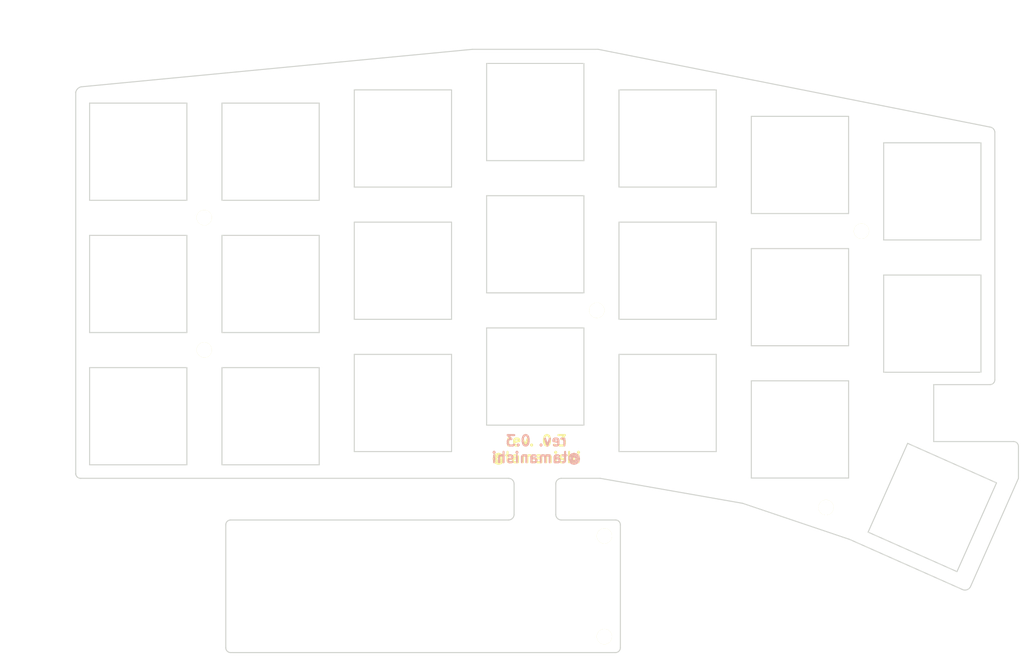
<source format=kicad_pcb>
(kicad_pcb (version 20171130) (host pcbnew "(5.0.1-3-g963ef8bb5)")

  (general
    (thickness 1.6)
    (drawings 124)
    (tracks 0)
    (zones 0)
    (modules 9)
    (nets 2)
  )

  (page A4)
  (title_block
    (title "Pinky4 PCB Design")
    (date 2018-12-23)
    (rev 0.3)
    (company @tamanishi)
  )

  (layers
    (0 F.Cu signal)
    (31 B.Cu signal)
    (32 B.Adhes user)
    (33 F.Adhes user)
    (34 B.Paste user)
    (35 F.Paste user)
    (36 B.SilkS user)
    (37 F.SilkS user)
    (38 B.Mask user)
    (39 F.Mask user)
    (40 Dwgs.User user)
    (41 Cmts.User user)
    (42 Eco1.User user)
    (43 Eco2.User user)
    (44 Edge.Cuts user)
    (45 Margin user)
    (46 B.CrtYd user)
    (47 F.CrtYd user)
    (48 B.Fab user)
    (49 F.Fab user)
  )

  (setup
    (last_trace_width 0.25)
    (user_trace_width 0.5)
    (trace_clearance 0.2)
    (zone_clearance 0.508)
    (zone_45_only no)
    (trace_min 0.2)
    (segment_width 0.15)
    (edge_width 0.15)
    (via_size 0.6)
    (via_drill 0.4)
    (via_min_size 0.4)
    (via_min_drill 0.3)
    (uvia_size 0.4)
    (uvia_drill 0.3)
    (uvias_allowed no)
    (uvia_min_size 0.4)
    (uvia_min_drill 0.3)
    (pcb_text_width 0.3)
    (pcb_text_size 1.5 1.5)
    (mod_edge_width 0.15)
    (mod_text_size 1 1)
    (mod_text_width 0.15)
    (pad_size 5 5)
    (pad_drill 4.8)
    (pad_to_mask_clearance 0.2)
    (solder_mask_min_width 0.25)
    (aux_axis_origin 41 54.3)
    (visible_elements FFFFE77F)
    (pcbplotparams
      (layerselection 0x010f0_ffffffff)
      (usegerberextensions false)
      (usegerberattributes false)
      (usegerberadvancedattributes false)
      (creategerberjobfile false)
      (excludeedgelayer true)
      (linewidth 0.100000)
      (plotframeref false)
      (viasonmask false)
      (mode 1)
      (useauxorigin false)
      (hpglpennumber 1)
      (hpglpenspeed 20)
      (hpglpendiameter 15.000000)
      (psnegative false)
      (psa4output false)
      (plotreference true)
      (plotvalue true)
      (plotinvisibletext false)
      (padsonsilk false)
      (subtractmaskfromsilk false)
      (outputformat 1)
      (mirror false)
      (drillshape 0)
      (scaleselection 1)
      (outputdirectory "Gerber/"))
  )

  (net 0 "")
  (net 1 GND)

  (net_class Default "This is the default net class."
    (clearance 0.2)
    (trace_width 0.25)
    (via_dia 0.6)
    (via_drill 0.4)
    (uvia_dia 0.4)
    (uvia_drill 0.3)
  )

  (module lib:HOLE_M2 (layer F.Cu) (tedit 5C1EE041) (tstamp 5C0A86C7)
    (at 149 120.3)
    (fp_text reference Ref** (at 0 -2) (layer F.SilkS) hide
      (effects (font (size 0.29972 0.29972) (thickness 0.07493)))
    )
    (fp_text value Val** (at 0 1.75) (layer F.SilkS) hide
      (effects (font (size 0.29972 0.29972) (thickness 0.0762)))
    )
    (pad "" np_thru_hole circle (at 0 0) (size 2.2 2.2) (drill 2.2) (layers *.Cu *.Mask F.SilkS)
      (clearance 0.85))
  )

  (module lib:HOLE_M2 (layer F.Cu) (tedit 5C1EE041) (tstamp 5BDF1C89)
    (at 59.5 97.6)
    (fp_text reference Ref** (at 0 -2) (layer F.SilkS) hide
      (effects (font (size 0.29972 0.29972) (thickness 0.07493)))
    )
    (fp_text value Val** (at 0 1.75) (layer F.SilkS) hide
      (effects (font (size 0.29972 0.29972) (thickness 0.0762)))
    )
    (pad "" np_thru_hole circle (at 0 0) (size 2.2 2.2) (drill 2.2) (layers *.Cu *.Mask F.SilkS)
      (clearance 0.85))
  )

  (module lib:HOLE_M2 (layer F.Cu) (tedit 5C1EE041) (tstamp 5BDF1C99)
    (at 116 91.9)
    (fp_text reference Ref** (at 0 -2) (layer F.SilkS) hide
      (effects (font (size 0.29972 0.29972) (thickness 0.07493)))
    )
    (fp_text value Val** (at 0 1.75) (layer F.SilkS) hide
      (effects (font (size 0.29972 0.29972) (thickness 0.0762)))
    )
    (pad "" np_thru_hole circle (at 0 0) (size 2.2 2.2) (drill 2.2) (layers *.Cu *.Mask F.SilkS)
      (clearance 0.85))
  )

  (module lib:HOLE_M2 (layer F.Cu) (tedit 5C1EE041) (tstamp 5BDF2E30)
    (at 154.1 80.5)
    (fp_text reference Ref** (at 0 -2) (layer F.SilkS) hide
      (effects (font (size 0.29972 0.29972) (thickness 0.07493)))
    )
    (fp_text value Val** (at 0 1.75) (layer F.SilkS) hide
      (effects (font (size 0.29972 0.29972) (thickness 0.0762)))
    )
    (pad "" np_thru_hole circle (at 0 0) (size 2.2 2.2) (drill 2.2) (layers *.Cu *.Mask F.SilkS)
      (clearance 0.85))
  )

  (module lib:HOLE_M2 (layer F.Cu) (tedit 5C1EE041) (tstamp 5C1F4314)
    (at 59.5 78.55)
    (fp_text reference Ref** (at 0 -2) (layer F.SilkS) hide
      (effects (font (size 0.29972 0.29972) (thickness 0.07493)))
    )
    (fp_text value Val** (at 0 1.75) (layer F.SilkS) hide
      (effects (font (size 0.29972 0.29972) (thickness 0.0762)))
    )
    (pad "" np_thru_hole circle (at 0 0) (size 2.2 2.2) (drill 2.2) (layers *.Cu *.Mask F.SilkS)
      (clearance 0.85))
  )

  (module kbd:HOLE_M2 (layer F.Cu) (tedit 5C1EE041) (tstamp 5C04BAC0)
    (at 117.1 124.4)
    (fp_text reference HOLE_M2 (at 0 -2) (layer F.SilkS) hide
      (effects (font (size 0.29972 0.29972) (thickness 0.07493)))
    )
    (fp_text value VAL** (at 0 1.75) (layer F.SilkS) hide
      (effects (font (size 0.29972 0.29972) (thickness 0.0762)))
    )
    (pad "" np_thru_hole circle (at 0 0) (size 2.2 2.2) (drill 2.2) (layers *.Cu *.Mask F.SilkS)
      (clearance 0.85))
  )

  (module kbd:HOLE_M2 (layer F.Cu) (tedit 5C1EE041) (tstamp 5C04BAC9)
    (at 117.1 138.9)
    (fp_text reference HOLE_M2 (at 0 -2) (layer F.SilkS) hide
      (effects (font (size 0.29972 0.29972) (thickness 0.07493)))
    )
    (fp_text value VAL** (at 0 1.75) (layer F.SilkS) hide
      (effects (font (size 0.29972 0.29972) (thickness 0.0762)))
    )
    (pad "" np_thru_hole circle (at 0 0) (size 2.2 2.2) (drill 2.2) (layers *.Cu *.Mask F.SilkS)
      (clearance 0.85))
  )

  (module lib:breakaway-mousebites (layer F.Cu) (tedit 5BEE6749) (tstamp 5C1F43DC)
    (at 107.1 116.1)
    (fp_text reference REF** (at 0 -1.524) (layer Dwgs.User)
      (effects (font (size 1 1) (thickness 0.15)))
    )
    (fp_text value breakaway-mousebites (at 0 0.762) (layer Dwgs.User)
      (effects (font (size 1 1) (thickness 0.15)))
    )
    (fp_line (start 2.286 0) (end 2.794 0) (layer B.CrtYd) (width 0.15))
    (fp_line (start 1.016 0) (end 1.524 0) (layer B.CrtYd) (width 0.15))
    (fp_line (start -2.286 0) (end -2.794 0) (layer B.CrtYd) (width 0.15))
    (fp_line (start -1.016 0) (end -1.524 0) (layer B.CrtYd) (width 0.15))
    (fp_line (start 0.254 0) (end -0.254 0) (layer B.CrtYd) (width 0.15))
    (fp_line (start -2.794 0) (end 2.794 0) (layer Dwgs.User) (width 0.15))
    (pad "" np_thru_hole circle (at -2.54 -0.254) (size 0.7874 0.7874) (drill 0.7874) (layers *.Cu *.Mask))
    (pad "" np_thru_hole circle (at -1.27 -0.254) (size 0.7874 0.7874) (drill 0.7874) (layers *.Cu *.Mask))
    (pad "" np_thru_hole circle (at 2.54 -0.254) (size 0.7874 0.7874) (drill 0.7874) (layers *.Cu *.Mask))
    (pad "" np_thru_hole circle (at 1.27 -0.254) (size 0.7874 0.7874) (drill 0.7874) (layers *.Cu *.Mask))
    (pad "" np_thru_hole circle (at 0 -0.254) (size 0.7874 0.7874) (drill 0.7874) (layers *.Cu *.Mask))
  )

  (module lib:breakaway-mousebites (layer F.Cu) (tedit 5BEE6749) (tstamp 5C1F440F)
    (at 107.1 122.1 180)
    (fp_text reference REF** (at 0 -1.524 180) (layer Dwgs.User)
      (effects (font (size 1 1) (thickness 0.15)))
    )
    (fp_text value breakaway-mousebites (at 0 0.762 180) (layer Dwgs.User)
      (effects (font (size 1 1) (thickness 0.15)))
    )
    (fp_line (start 2.286 0) (end 2.794 0) (layer B.CrtYd) (width 0.15))
    (fp_line (start 1.016 0) (end 1.524 0) (layer B.CrtYd) (width 0.15))
    (fp_line (start -2.286 0) (end -2.794 0) (layer B.CrtYd) (width 0.15))
    (fp_line (start -1.016 0) (end -1.524 0) (layer B.CrtYd) (width 0.15))
    (fp_line (start 0.254 0) (end -0.254 0) (layer B.CrtYd) (width 0.15))
    (fp_line (start -2.794 0) (end 2.794 0) (layer Dwgs.User) (width 0.15))
    (pad "" np_thru_hole circle (at -2.54 -0.254 180) (size 0.7874 0.7874) (drill 0.7874) (layers *.Cu *.Mask))
    (pad "" np_thru_hole circle (at -1.27 -0.254 180) (size 0.7874 0.7874) (drill 0.7874) (layers *.Cu *.Mask))
    (pad "" np_thru_hole circle (at 2.54 -0.254 180) (size 0.7874 0.7874) (drill 0.7874) (layers *.Cu *.Mask))
    (pad "" np_thru_hole circle (at 1.27 -0.254 180) (size 0.7874 0.7874) (drill 0.7874) (layers *.Cu *.Mask))
    (pad "" np_thru_hole circle (at 0 -0.254 180) (size 0.7874 0.7874) (drill 0.7874) (layers *.Cu *.Mask))
  )

  (gr_line (start 138.25 63.955) (end 152.25 63.955) (layer Edge.Cuts) (width 0.15) (tstamp 5C1F42A1))
  (gr_line (start 100.15 56.335) (end 114.15 56.335) (layer Edge.Cuts) (width 0.15) (tstamp 5C1F429D))
  (dimension 86.9 (width 0.3) (layer F.CrtYd)
    (gr_text "86.900 mm" (at 35.637587 97.75 270) (layer F.CrtYd)
      (effects (font (size 1.5 1.5) (thickness 0.3)))
    )
    (feature1 (pts (xy 41 141.2) (xy 37.151166 141.2)))
    (feature2 (pts (xy 41 54.3) (xy 37.151166 54.3)))
    (crossbar (pts (xy 37.737587 54.3) (xy 37.737587 141.2)))
    (arrow1a (pts (xy 37.737587 141.2) (xy 37.151166 140.073496)))
    (arrow1b (pts (xy 37.737587 141.2) (xy 38.324008 140.073496)))
    (arrow2a (pts (xy 37.737587 54.3) (xy 37.151166 55.426504)))
    (arrow2b (pts (xy 37.737587 54.3) (xy 38.324008 55.426504)))
  )
  (gr_line (start 104.1 121.3) (end 104.1 116.9) (layer Edge.Cuts) (width 0.15))
  (gr_arc (start 103.3 121.3) (end 103.3 122.1) (angle -90) (layer Edge.Cuts) (width 0.15) (tstamp 5C1ED3C4))
  (gr_line (start 110.1 116.9) (end 110.1 121.3) (layer Edge.Cuts) (width 0.15))
  (gr_arc (start 110.9 121.3) (end 110.1 121.3) (angle -90) (layer Edge.Cuts) (width 0.15) (tstamp 5C1ED36B))
  (gr_arc (start 110.9 116.9) (end 110.9 116.1) (angle -90) (layer Edge.Cuts) (width 0.15) (tstamp 5C1ECDF9))
  (gr_line (start 119.4 122.8) (end 119.4 140.5) (layer Edge.Cuts) (width 0.15))
  (gr_arc (start 118.7 140.5) (end 118.7 141.2) (angle -90) (layer Edge.Cuts) (width 0.15) (tstamp 5C1DF866))
  (gr_line (start 63.3 141.2) (end 118.7 141.2) (layer Edge.Cuts) (width 0.15))
  (gr_line (start 62.6 122.8) (end 62.6 140.5) (layer Edge.Cuts) (width 0.15))
  (gr_arc (start 118.7 122.8) (end 119.4 122.8) (angle -90) (layer Edge.Cuts) (width 0.15) (tstamp 5C1DF856))
  (gr_line (start 110.9 116.1) (end 116.5 116.1) (layer Edge.Cuts) (width 0.15) (tstamp 5C1DF843))
  (gr_line (start 110.9 122.1) (end 118.7 122.1) (layer Edge.Cuts) (width 0.15) (tstamp 5C1DF83D))
  (gr_line (start 103.3 116.1) (end 41.7 116.1) (layer Edge.Cuts) (width 0.15))
  (gr_arc (start 103.3 116.9) (end 104.1 116.9) (angle -90) (layer Edge.Cuts) (width 0.15))
  (gr_line (start 63.3 122.1) (end 103.3 122.1) (layer Edge.Cuts) (width 0.15))
  (gr_arc (start 63.3 122.8) (end 63.3 122.1) (angle -90) (layer Edge.Cuts) (width 0.15) (tstamp 5C1DF7C2))
  (gr_arc (start 63.3 140.5) (end 62.6 140.5) (angle -90) (layer Edge.Cuts) (width 0.15) (tstamp 5C1DF7C2))
  (gr_arc (start 176 111.5) (end 176.7 111.5) (angle -90) (layer Edge.Cuts) (width 0.15) (tstamp 5C1DE371))
  (gr_line (start 176 110.8) (end 164.5 110.8) (layer Edge.Cuts) (width 0.15))
  (gr_line (start 176.7 116.1) (end 176.7 111.5) (layer Edge.Cuts) (width 0.15))
  (gr_line (start 137 119.7) (end 116.5 116.1) (layer Edge.Cuts) (width 0.15))
  (gr_line (start 152.4 124.9) (end 137 119.7) (layer Edge.Cuts) (width 0.15))
  (gr_line (start 152.4 124.9) (end 168.6 132.1) (layer Edge.Cuts) (width 0.15))
  (gr_line (start 171.3 86.815) (end 171.3 100.815) (layer Edge.Cuts) (width 0.15) (tstamp 5C0AF31E))
  (gr_line (start 157.3 86.815) (end 157.3 100.815) (layer Edge.Cuts) (width 0.15))
  (gr_line (start 43 100.15) (end 43 114.15) (layer Edge.Cuts) (width 0.15) (tstamp 5BFA0244))
  (dimension 135.7 (width 0.3) (layer F.CrtYd)
    (gr_text "135.700 mm" (at 108.85 48.3) (layer F.CrtYd)
      (effects (font (size 1.5 1.5) (thickness 0.3)))
    )
    (feature1 (pts (xy 176.7 54.3) (xy 176.7 49.813579)))
    (feature2 (pts (xy 41 54.3) (xy 41 49.813579)))
    (crossbar (pts (xy 41 50.4) (xy 176.7 50.4)))
    (arrow1a (pts (xy 176.7 50.4) (xy 175.573496 50.986421)))
    (arrow1b (pts (xy 176.7 50.4) (xy 175.573496 49.813579)))
    (arrow2a (pts (xy 41 50.4) (xy 42.126504 50.986421)))
    (arrow2b (pts (xy 41 50.4) (xy 42.126504 49.813579)))
  )
  (gr_arc (start 172.6 101.9) (end 172.6 102.6) (angle -90) (layer Edge.Cuts) (width 0.15))
  (gr_line (start 164.5 102.6) (end 172.6 102.6) (layer Edge.Cuts) (width 0.15))
  (gr_line (start 164.5 110.8) (end 164.5 102.6) (layer Edge.Cuts) (width 0.15))
  (gr_arc (start 168.999999 131.300001) (end 168.6 132.1) (angle -90) (layer Edge.Cuts) (width 0.15))
  (gr_line (start 41.8 59.7) (end 98.1 54.3) (layer Edge.Cuts) (width 0.15) (tstamp 5BF131E6))
  (gr_line (start 98.1 54.3) (end 116.2 54.3) (layer Edge.Cuts) (width 0.15) (tstamp 5BF131E5))
  (gr_line (start 116.2 54.3) (end 172.6 65.5) (layer Edge.Cuts) (width 0.15) (tstamp 5BF131E4))
  (gr_line (start 173.3 66.2) (end 173.3 101.9) (layer Edge.Cuts) (width 0.15) (tstamp 5BF131E3))
  (gr_line (start 169.799998 131.7) (end 176.7 116.1) (layer Edge.Cuts) (width 0.15) (tstamp 5BF131E2))
  (gr_arc (start 41.7 115.4) (end 41 115.4) (angle -90) (layer Edge.Cuts) (width 0.15) (tstamp 5BF131E0))
  (gr_arc (start 172.499302 66.299912) (end 173.299302 66.199912) (angle -75.7) (layer Edge.Cuts) (width 0.15) (tstamp 5BF131DE))
  (gr_arc (start 41.999999 60.699999) (end 41.8 59.7) (angle -69.2) (layer Edge.Cuts) (width 0.15) (tstamp 5BF131DD))
  (gr_line (start 41 115.5) (end 41 60.5) (layer Edge.Cuts) (width 0.15) (tstamp 5BF131DC))
  (gr_text "rev. 0.3\n@tamanishi" (at 107.3 111.9) (layer B.SilkS)
    (effects (font (size 1.5 1.5) (thickness 0.3)) (justify mirror))
  )
  (gr_text "rev. 0.3\n@tamanishi" (at 107.3 111.9) (layer F.SilkS)
    (effects (font (size 1.5 1.5) (thickness 0.3)))
  )
  (gr_line (start 57 62.05) (end 57 76.05) (layer Edge.Cuts) (width 0.15))
  (gr_line (start 57 100.15) (end 57 114.15) (layer Edge.Cuts) (width 0.15))
  (gr_line (start 62.05 100.15) (end 76.05 100.15) (layer Edge.Cuts) (width 0.15))
  (gr_line (start 43 100.15) (end 57 100.15) (layer Edge.Cuts) (width 0.15))
  (gr_line (start 62.05 100.15) (end 62.05 114.15) (layer Edge.Cuts) (width 0.15))
  (gr_line (start 43 81.1) (end 57 81.1) (layer Edge.Cuts) (width 0.15))
  (gr_line (start 76.05 100.15) (end 76.05 114.15) (layer Edge.Cuts) (width 0.15))
  (gr_line (start 100.15 94.435) (end 100.15 108.435) (layer Edge.Cuts) (width 0.15))
  (gr_line (start 95.1 112.245) (end 81.1 112.245) (layer Edge.Cuts) (width 0.15))
  (gr_line (start 100.15 108.435) (end 114.15 108.435) (layer Edge.Cuts) (width 0.15))
  (gr_line (start 100.15 89.385) (end 114.15 89.385) (layer Edge.Cuts) (width 0.15))
  (gr_line (start 114.15 75.385) (end 114.15 89.385) (layer Edge.Cuts) (width 0.15))
  (gr_line (start 81.1 98.245) (end 95.1 98.245) (layer Edge.Cuts) (width 0.15))
  (gr_line (start 157.3 81.765) (end 171.3 81.765) (layer Edge.Cuts) (width 0.15))
  (gr_line (start 171.3 67.765) (end 171.3 81.765) (layer Edge.Cuts) (width 0.15))
  (gr_line (start 133.2 98.245) (end 133.2 112.245) (layer Edge.Cuts) (width 0.15))
  (gr_line (start 119.2 60.145) (end 119.2 74.145) (layer Edge.Cuts) (width 0.15))
  (gr_line (start 81.1 98.245) (end 81.1 112.245) (layer Edge.Cuts) (width 0.15))
  (gr_line (start 81.1 60.145) (end 95.1 60.145) (layer Edge.Cuts) (width 0.15))
  (gr_line (start 62.05 76.05) (end 62.05 62.05) (layer Edge.Cuts) (width 0.15))
  (gr_line (start 62.05 95.1) (end 76.05 95.1) (layer Edge.Cuts) (width 0.15))
  (gr_line (start 76.05 81.1) (end 76.05 95.1) (layer Edge.Cuts) (width 0.15))
  (gr_line (start 43 114.15) (end 57 114.15) (layer Edge.Cuts) (width 0.15))
  (gr_line (start 138.25 83.005) (end 138.25 97.005) (layer Edge.Cuts) (width 0.15))
  (gr_line (start 95.1 74.145) (end 81.1 74.145) (layer Edge.Cuts) (width 0.15))
  (gr_line (start 95.1 60.145) (end 95.1 74.145) (layer Edge.Cuts) (width 0.15))
  (gr_line (start 138.25 77.955) (end 152.25 77.955) (layer Edge.Cuts) (width 0.15))
  (gr_line (start 152.25 63.955) (end 152.25 77.955) (layer Edge.Cuts) (width 0.15))
  (gr_line (start 119.2 112.245) (end 133.2 112.245) (layer Edge.Cuts) (width 0.15))
  (gr_line (start 100.15 94.435) (end 114.15 94.435) (layer Edge.Cuts) (width 0.15))
  (gr_line (start 114.15 94.435) (end 114.15 108.435) (layer Edge.Cuts) (width 0.15))
  (gr_line (start 157.3 86.815) (end 171.3 86.815) (layer Edge.Cuts) (width 0.15))
  (gr_line (start 119.2 60.145) (end 133.2 60.145) (layer Edge.Cuts) (width 0.15))
  (gr_line (start 81.1 60.145) (end 81.1 74.145) (layer Edge.Cuts) (width 0.15))
  (gr_line (start 43 76.05) (end 57 76.05) (layer Edge.Cuts) (width 0.15))
  (gr_line (start 62.05 76.05) (end 76.05 76.05) (layer Edge.Cuts) (width 0.15))
  (gr_line (start 76.05 62.05) (end 76.05 76.05) (layer Edge.Cuts) (width 0.15))
  (gr_line (start 119.2 79.195) (end 133.2 79.195) (layer Edge.Cuts) (width 0.15))
  (gr_line (start 81.1 79.195) (end 81.1 93.195) (layer Edge.Cuts) (width 0.15))
  (gr_line (start 81.1 79.195) (end 95.1 79.195) (layer Edge.Cuts) (width 0.15))
  (gr_line (start 62.05 81.1) (end 62.05 95.1) (layer Edge.Cuts) (width 0.15))
  (gr_line (start 100.15 70.335) (end 114.15 70.335) (layer Edge.Cuts) (width 0.15))
  (gr_line (start 114.15 56.335) (end 114.15 70.335) (layer Edge.Cuts) (width 0.15))
  (gr_line (start 95.1 98.245) (end 95.1 112.245) (layer Edge.Cuts) (width 0.15))
  (gr_line (start 157.3 67.765) (end 157.3 81.765) (layer Edge.Cuts) (width 0.15))
  (gr_line (start 119.2 98.245) (end 119.2 112.245) (layer Edge.Cuts) (width 0.15))
  (gr_line (start 152.25 83.005) (end 152.25 97.005) (layer Edge.Cuts) (width 0.15))
  (gr_line (start 119.2 74.145) (end 133.2 74.145) (layer Edge.Cuts) (width 0.15))
  (gr_line (start 133.2 60.145) (end 133.2 74.145) (layer Edge.Cuts) (width 0.15))
  (gr_line (start 43 62.05) (end 57 62.05) (layer Edge.Cuts) (width 0.15))
  (gr_line (start 138.25 63.955) (end 138.25 77.955) (layer Edge.Cuts) (width 0.15))
  (gr_line (start 138.25 116.055) (end 152.25 116.055) (layer Edge.Cuts) (width 0.15))
  (gr_line (start 157.3 67.765) (end 171.3 67.765) (layer Edge.Cuts) (width 0.15))
  (gr_line (start 100.15 75.385) (end 100.15 89.385) (layer Edge.Cuts) (width 0.15))
  (gr_line (start 138.25 83.005) (end 152.25 83.005) (layer Edge.Cuts) (width 0.15))
  (gr_line (start 57 95.1) (end 43 95.1) (layer Edge.Cuts) (width 0.15))
  (gr_line (start 119.2 98.245) (end 133.2 98.245) (layer Edge.Cuts) (width 0.15))
  (gr_line (start 173.54 116.75) (end 160.75 111.06) (layer Edge.Cuts) (width 0.15))
  (gr_line (start 138.25 102.055) (end 152.25 102.055) (layer Edge.Cuts) (width 0.15))
  (gr_line (start 100.15 56.335) (end 100.15 70.335) (layer Edge.Cuts) (width 0.15))
  (gr_line (start 57 81.1) (end 57 95.1) (layer Edge.Cuts) (width 0.15))
  (gr_line (start 62.05 81.1) (end 76.05 81.1) (layer Edge.Cuts) (width 0.15))
  (gr_line (start 43 81.1) (end 43 95.1) (layer Edge.Cuts) (width 0.15))
  (gr_line (start 138.25 102.055) (end 138.25 116.055) (layer Edge.Cuts) (width 0.15))
  (gr_line (start 81.1 93.195) (end 95.1 93.195) (layer Edge.Cuts) (width 0.15))
  (gr_line (start 95.1 79.195) (end 95.1 93.195) (layer Edge.Cuts) (width 0.15))
  (gr_line (start 119.2 93.195) (end 133.2 93.195) (layer Edge.Cuts) (width 0.15))
  (gr_line (start 133.2 79.195) (end 133.2 93.195) (layer Edge.Cuts) (width 0.15))
  (gr_line (start 157.3 100.815) (end 171.3 100.815) (layer Edge.Cuts) (width 0.15))
  (gr_line (start 160.75 111.06) (end 155.06 123.85) (layer Edge.Cuts) (width 0.15))
  (gr_line (start 100.15 75.385) (end 114.15 75.385) (layer Edge.Cuts) (width 0.15))
  (gr_line (start 119.2 79.195) (end 119.2 93.195) (layer Edge.Cuts) (width 0.15))
  (gr_line (start 62.05 114.15) (end 76.05 114.15) (layer Edge.Cuts) (width 0.15))
  (gr_line (start 167.85 129.54) (end 173.54 116.76) (layer Edge.Cuts) (width 0.15))
  (gr_line (start 152.25 102.055) (end 152.25 116.055) (layer Edge.Cuts) (width 0.15))
  (gr_line (start 138.25 97.005) (end 152.25 97.005) (layer Edge.Cuts) (width 0.15))
  (gr_line (start 62.05 62.05) (end 76.05 62.05) (layer Edge.Cuts) (width 0.15))
  (gr_line (start 43 62.05) (end 43 76.05) (layer Edge.Cuts) (width 0.15))
  (gr_line (start 155.06 123.85) (end 167.85 129.54) (layer Edge.Cuts) (width 0.15))

  (zone (net 1) (net_name GND) (layer B.Cu) (tstamp 5BFDCB9E) (hatch edge 0.508)
    (connect_pads (clearance 0.3))
    (min_thickness 0.254)
    (fill yes (arc_segments 16) (thermal_gap 0.508) (thermal_bridge_width 0.508))
    (polygon
      (pts
        (xy 39.5 59.1) (xy 39.5 117.2) (xy 61.6 117.2) (xy 61.6 142.3) (xy 120.7 142.3)
        (xy 120.7 118) (xy 136.8 121.1) (xy 152.2 126.2) (xy 169.6 134.1) (xy 177.5 116.3)
        (xy 177.5 102) (xy 174.4 102) (xy 174.3 64.7) (xy 116.3 53) (xy 98 53)
      )
    )
  )
  (zone (net 1) (net_name GND) (layer F.Cu) (tstamp 5BFDCBA1) (hatch edge 0.508)
    (connect_pads (clearance 0.3))
    (min_thickness 0.254)
    (fill yes (arc_segments 16) (thermal_gap 0.508) (thermal_bridge_width 0.508))
    (polygon
      (pts
        (xy 39.5 59.2) (xy 39.5 117.2) (xy 61.6 117.2) (xy 61.6 142.3) (xy 120.7 142.3)
        (xy 120.7 118) (xy 136.8 121.1) (xy 152.2 126.2) (xy 169.6 134.1) (xy 177.5 116.4)
        (xy 177.5 102) (xy 174.4 102) (xy 174.3 64.7) (xy 116.3 53) (xy 98 53)
      )
    )
  )
)

</source>
